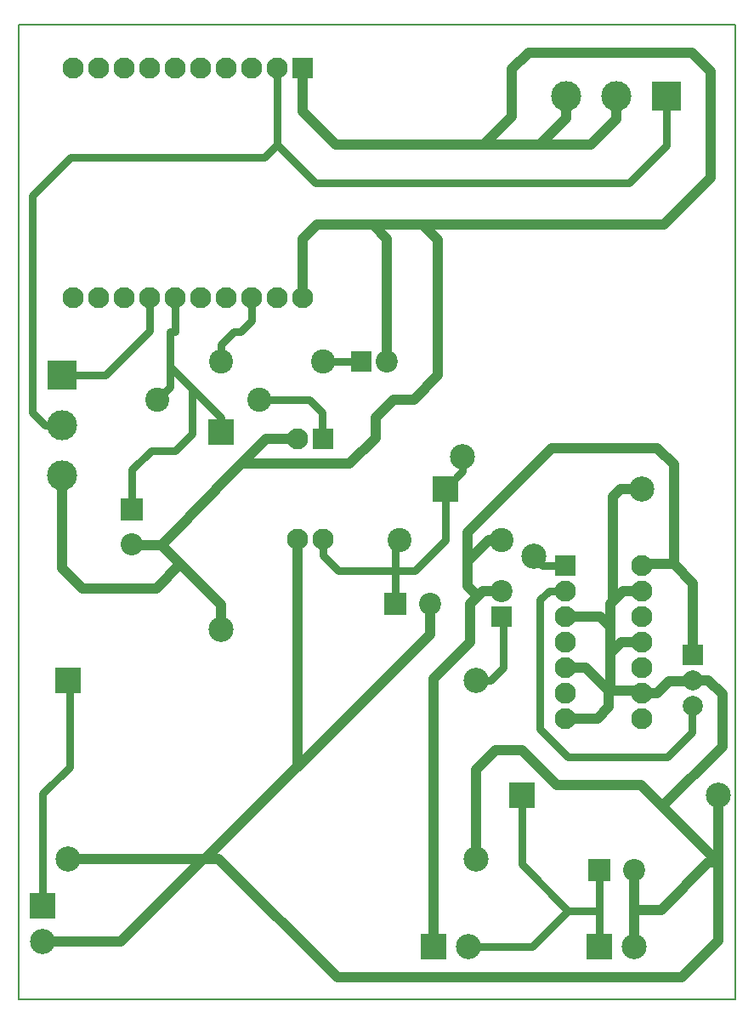
<source format=gbr>
%FSLAX35Y35*%
%MOMM*%
G04 EasyPC Gerber Version 18.0.9 Build 3640 *
%ADD18R,2.00000X2.00000*%
%ADD77R,2.10000X2.10000*%
%ADD25R,2.10000X2.10000*%
%ADD27R,2.20000X2.20000*%
%ADD28R,2.50000X2.50000*%
%ADD73R,2.50000X2.50000*%
%ADD75R,3.00000X3.00000*%
%ADD24C,0.12700*%
%ADD79C,0.80000*%
%ADD80C,1.00000*%
%ADD72C,2.00000*%
%ADD78C,2.10000*%
%ADD26C,2.10000*%
%ADD17C,2.20000*%
%ADD70C,2.40000*%
%ADD29C,2.50000*%
%ADD74C,2.50000*%
%ADD76C,3.00000*%
X0Y0D02*
D02*
D17*
X2305050Y4530350D03*
X4845050Y6356350D03*
X5274050Y3943350D03*
X5988050Y4070350D03*
X7306050Y1289050D03*
D02*
D18*
X7893050Y3435350D03*
D02*
D70*
X2559050Y5975350D03*
X3194050Y6356350D03*
X3575050Y5975350D03*
X4210050Y6356350D03*
X4972050Y4578350D03*
X5988050D03*
D02*
D24*
X1174750Y6350D02*
X8312150D01*
Y9707350*
X1174750*
Y6350*
D02*
D25*
X4006850Y9277350D03*
X4210050Y5586350D03*
X4591050Y6356350D03*
X5988050Y3816350D03*
D02*
D26*
X1720850Y6991350D03*
Y9277350D03*
X1974850Y6991350D03*
Y9277350D03*
X2228850Y6991350D03*
Y9277350D03*
X2482850Y6991350D03*
Y9277350D03*
X2736850Y6991350D03*
Y9277350D03*
X2990850Y6991350D03*
Y9277350D03*
X3244850Y6991350D03*
Y9277350D03*
X3498850Y6991350D03*
Y9277350D03*
X3752850Y6991350D03*
Y9277350D03*
X3956050Y4586350D03*
Y5586350D03*
X4006850Y6991350D03*
X4210050Y4586350D03*
X7385050Y2800350D03*
Y3054350D03*
Y3308350D03*
Y3562350D03*
Y3816350D03*
Y4070350D03*
Y4324350D03*
D02*
D27*
X2305050Y4880350D03*
X4924050Y3943350D03*
X6956050Y1289050D03*
D02*
D28*
X1670050Y3181350D03*
X3194050Y5650230D03*
X5424170Y5086350D03*
X6186170Y2038350D03*
D02*
D29*
X1670050Y1403350D03*
X3194050Y3689350D03*
X5594350Y5403850D03*
X5734050Y1403350D03*
Y3181350D03*
X6305550Y4413250D03*
X7385050Y5086350D03*
X8147050Y2038350D03*
D02*
D72*
X7893050Y2927350D03*
Y3181350D03*
D02*
D73*
X1416050Y930650D03*
X5305050Y527050D03*
X6956050D03*
D02*
D74*
X1416050Y580650D03*
X5655050Y527050D03*
X7306050D03*
D02*
D75*
X1606550Y6221350D03*
X7631050Y8997950D03*
D02*
D76*
X1606550Y5221350D03*
Y5721350D03*
X6631050Y8997950D03*
X7131050D03*
D02*
D77*
X6623050Y4324350D03*
D02*
D78*
Y2800350D03*
Y3054350D03*
Y3308350D03*
Y3562350D03*
Y3816350D03*
Y4070350D03*
D02*
D79*
X1416050Y930650D02*
Y2051050D01*
X1682750Y2317750*
Y3143250*
X1670050Y3155950*
Y3181350*
X1606550Y5721350D02*
X1441450D01*
X1314450Y5848350*
Y8007350*
X1695450Y8388350*
X3625850*
X3752850Y8515350*
X1606550Y6221350D02*
X2043050D01*
X2482850Y6661150*
Y6991350*
X2305050Y4880350D02*
Y5276850D01*
X2495550Y5467350*
X2736850*
X2901950Y5632450*
Y6064250*
X2914650Y6076950*
X2686050Y6305550D02*
Y6102350D01*
X2559050Y5975350*
X2736850Y6991350D02*
Y6648450D01*
X2686050*
Y6305550*
X2914650Y6076950D02*
X2686050Y6305550D01*
X3194050Y5650230D02*
Y5797550D01*
X2914650Y6076950*
X3194050Y6356350D02*
Y6521450D01*
X3321050Y6648450*
X3384550*
X3498850Y6762750*
Y6991350*
X3575050Y5975350D02*
X4070350D01*
X4197350Y5848350*
Y5599050*
X4210050Y5586350*
X3752850Y8515350D02*
Y9277350D01*
X4210050Y4586350D02*
Y4425950D01*
X4362450Y4273550*
X4924050*
X4210050Y6356350D02*
X4591050D01*
X4924050Y3943350D02*
Y4273550D01*
Y4530350*
X4972050Y4578350*
X5424170Y5086350D02*
Y4573270D01*
X5124450Y4273550*
X4924050*
X5594350Y5403850D02*
Y5256530D01*
X5424170Y5086350*
X5655050Y527050D02*
X6292850D01*
X6648450Y882650*
X5734050Y3181350D02*
X5873750D01*
X6000750Y3308350*
Y3803650*
X5988050Y3816350*
X6186170Y2038350D02*
Y1344930D01*
X6648450Y882650*
X6623050Y4070350D02*
X6457950D01*
X6369050Y3981450*
Y2698750*
X6648450Y2419350*
X7639050*
X7880350Y2660650*
Y2914650*
X7893050Y2927350*
X6623050Y4324350D02*
X6394450D01*
X6305550Y4413250*
X6648450Y882650D02*
X6956050D01*
Y527050D02*
Y882650D01*
Y1289050*
X7631050Y8997950D02*
Y8507350D01*
X7258050Y8134350*
X4133850*
X3752850Y8515350*
D02*
D80*
X1416050Y580650D02*
X2193550D01*
X3016250Y1403350*
X1606550Y5221350D02*
Y4298950D01*
X1809750Y4095750*
X2546350*
X2787650Y4337050*
X1670050Y1403350D02*
X3016250D01*
X2597150Y4527550D02*
X2307850D01*
X2305050Y4530350*
X2787650Y4337050D02*
X2597150Y4527550D01*
X3016250Y1403350D02*
X3028950D01*
X3943350Y2317750*
X3956050*
X3194050Y3689350D02*
Y3930650D01*
X2787650Y4337050*
X3390900Y5334000D02*
X4470400D01*
X4730750Y5594350*
Y5797550*
X4908550Y5975350*
X5111750*
X5353050Y6216650*
Y7562850*
X5200650Y7715250*
X3390900Y5334000D02*
X3143250Y5086350D01*
Y5073650*
X2597150Y4527550*
X3956050Y2317750D02*
Y4586350D01*
Y5586350D02*
X3643250D01*
X3390900Y5334000*
X4006850Y9277350D02*
Y8845550D01*
X4337050Y8515350*
X5721350*
X4705350Y7715250D02*
X4146550D01*
X4006850Y7575550*
Y6991350*
X4845050Y6356350D02*
Y7575550D01*
X4705350Y7715250*
X5200650D02*
X4705350D01*
X5274050Y3943350D02*
Y3635750D01*
X3956050Y2317750*
X5305050Y527050D02*
Y3196850D01*
X5670550Y3562350*
Y3943350*
X5746750Y4019550*
X5645150Y4362450D02*
Y4121150D01*
X5746750Y4019550*
X5721350Y8515350D02*
X5810250D01*
X6089650Y8794750*
Y9264650*
X6254750Y9429750*
X7880350*
X8070850Y9239250*
Y8185150*
X7600950Y7715250*
X5200650*
X5721350Y8515350D02*
X6369050D01*
X5734050Y1403350D02*
Y2292350D01*
X5924550Y2482850*
X6191250*
X6534150Y2139950*
X7372350*
X7588250Y1924050*
X5746750Y4019550D02*
X5797550Y4070350D01*
X5988050*
Y4578350D02*
X5861050D01*
X5645150Y4362450*
X6369050Y8515350D02*
X6877050D01*
X7131050Y8769350*
Y8997950*
X6623050Y2800350D02*
X6940550D01*
X7054850Y2914650*
Y3079750*
X6623050Y3308350D02*
X6826250D01*
X7054850Y3079750*
X6623050Y3816350D02*
X6965950D01*
X7067550Y3714750*
Y3625850*
X6631050Y8997950D02*
Y8777350D01*
X6369050Y8515350*
X7054850Y3079750D02*
X7359650D01*
X7385050Y3054350*
X7067550Y3448050D02*
Y3092450D01*
X7054850Y3079750*
X7067550Y3625850D02*
Y3448050D01*
X7073900Y3949700D02*
X7067550Y3943350D01*
Y3625850*
X7306050Y527050D02*
Y895350D01*
Y1289050*
X7385050Y3054350D02*
X7537450D01*
X7651750Y3168650*
X7880350*
X7893050Y3181350*
X7385050Y3562350D02*
X7181850D01*
X7067550Y3448050*
X7385050Y4070350D02*
X7194550D01*
X7073900Y3949700*
X7385050Y5086350D02*
X7169150D01*
X7092950Y5010150*
Y3968750*
X7073900Y3949700*
X7588250Y1924050D02*
X8147050Y1365250D01*
X7702550Y4337050D02*
Y5327650D01*
X7537450Y5492750*
X6483350*
X5645150Y4654550*
Y4362450*
X7702550Y4337050D02*
X7397750D01*
X7385050Y4324350*
X7893050Y3181350D02*
X8045450D01*
X8185150Y3041650*
Y2520950*
X7588250Y1924050*
X7893050Y3435350D02*
Y4146550D01*
X7702550Y4337050*
X8147050Y1365250D02*
Y590550D01*
X7778750Y222250*
X4349750*
X3168650Y1403350*
X3016250*
X8147050Y1365250D02*
X8045450D01*
X7575550Y895350*
X7306050*
X8147050Y2038350D02*
Y1365250D01*
X0Y0D02*
M02*

</source>
